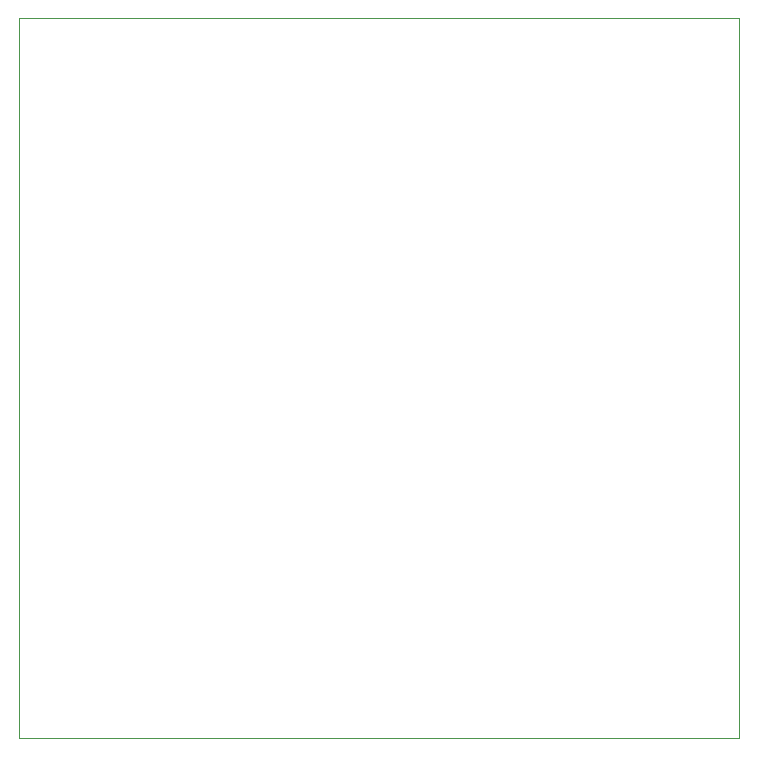
<source format=gm1>
%TF.GenerationSoftware,KiCad,Pcbnew,7.0.5*%
%TF.CreationDate,2023-10-17T21:19:38+10:00*%
%TF.ProjectId,Test Stand,54657374-2053-4746-916e-642e6b696361,rev?*%
%TF.SameCoordinates,Original*%
%TF.FileFunction,Profile,NP*%
%FSLAX46Y46*%
G04 Gerber Fmt 4.6, Leading zero omitted, Abs format (unit mm)*
G04 Created by KiCad (PCBNEW 7.0.5) date 2023-10-17 21:19:38*
%MOMM*%
%LPD*%
G01*
G04 APERTURE LIST*
%TA.AperFunction,Profile*%
%ADD10C,0.100000*%
%TD*%
G04 APERTURE END LIST*
D10*
X48260000Y-40640000D02*
X109220000Y-40640000D01*
X109220000Y-101600000D01*
X48260000Y-101600000D01*
X48260000Y-40640000D01*
M02*

</source>
